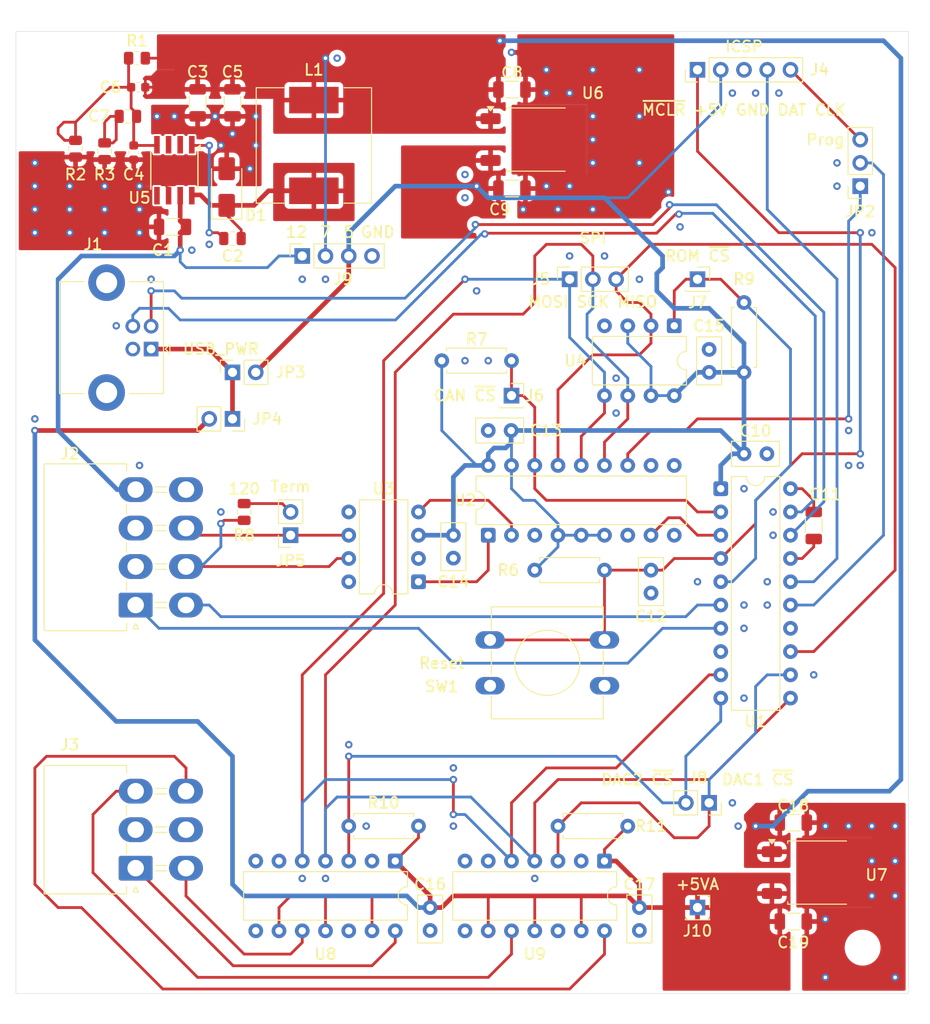
<source format=kicad_pcb>
(kicad_pcb (version 20241229) (generator "pcbnew") (generator_version "9.0")
  (title_block (title "CAN Gauge Interface") (date "2025-09-27") (rev "0.1") (company "Sam Anthony"))
  (layers (0 "F.Cu" signal) (4 "In1.Cu" signal) (6 "In2.Cu" signal) (2 "B.Cu" power) (13 "F.Paste" user) (15 "B.Paste" user) (5 "F.SilkS" user "F.Silkscreen") (7 "B.SilkS" user "B.Silkscreen") (1 "F.Mask" user) (3 "B.Mask" user) (25 "Edge.Cuts" user))
  (net 0 "")
  (net 1 "GND")
  (net 2 "+12V")
  (net 3 "Net-(U5-BOOT)")
  (net 4 "+7V")
  (net 5 "Net-(C7-Pad2)")
  (net 6 "+5V")
  (net 7 "Net-(U1-Vusb3v3)")
  (net 8 "/~{MCLR}")
  (net 9 "+5VA")
  (net 10 "/USB_D+")
  (net 11 "/USB_D-")
  (net 12 "VBUS")
  (net 15 "/CAN_L")
  (net 16 "/Speed")
  (net 17 "/Tach")
  (net 18 "/CAN_H")
  (net 19 "/AN4")
  (net 20 "/AN2")
  (net 21 "/AN3")
  (net 22 "/AN1")
  (net 23 "/ICSP_CLK")
  (net 24 "/ICSP_DAT")
  (net 25 "/SCK")
  (net 26 "/MOSI")
  (net 27 "/MISO")
  (net 28 "/CAN_~{CS}")
  (net 29 "/ROM_~{CS}")
  (net 30 "/DAC2_~{CS}")
  (net 31 "/DAC1_~{CS}")
  (net 32 "/INT{slash}ICSP_CLK")
  (net 33 "/INT")
  (net 34 "Net-(JP5-B)")
  (net 36 "/CLK")
  (net 39 "/CAN_RX")
  (net 40 "/CAN_TX")
  (net 53 "/PH")
  (net 54 "/sense")
  (footprint "Connector_PinSocket_2.54mm:PinSocket_1x01_P2.54mm_Vertical" (layer "F.Cu") (at 124.46 129.54)
    (property "Reference" "J7")
    (property "Value" "ROM ~{CS}")
  )
  (footprint "Capacitor_SMD:C_1206_3216Metric" (layer "F.Cu") (at 104.189 119.634)
    (property "Reference" "C9")
    (property "Value" "10u" (hide yes))
  )
  (footprint "Capacitor_SMD:C_0805_2012Metric" (layer "F.Cu") (at 62.23 111.76 180)
    (property "Reference" "C7")
    (property "Value" "47n" (hide yes))
  )
  (footprint "Connector_PinSocket_2.54mm:PinSocket_1x04_P2.54mm_Vertical" (layer "F.Cu") (at 81.28 127 90)
    (property "Reference" "J9")
    (property "Value" "Conn_01x04_Socket" (hide yes))
  )
  (footprint "MountingHole:MountingHole_3.2mm_M3_DIN965" (layer "F.Cu") (at 55 202.5)
    (property "Reference" "H1" (hide yes))
    (property "Value" "MountingHole" (hide yes))
  )
  (footprint "Capacitor_SMD:C_1206_3216Metric" (layer "F.Cu") (at 134.923 199.644)
    (property "Reference" "C19")
    (property "Value" "10u" (hide yes))
  )
  (footprint "Resistor_THT:R_Axial_DIN0207_L6.3mm_D2.5mm_P7.62mm_Horizontal" (layer "F.Cu") (at 93.98 189.23 180)
    (property "Reference" "R10")
    (property "Value" "10k" (hide yes))
  )
  (footprint "Capacitor_SMD:C_1206_3216Metric" (layer "F.Cu") (at 134.923 188.849)
    (property "Reference" "C18")
    (property "Value" "10u" (hide yes))
  )
  (footprint "Package_TO_SOT_SMD:TO-252-2" (layer "F.Cu") (at 106.894 114.294)
    (property "Reference" "U6")
    (property "Value" "L78M05AB" (hide yes))
  )
  (footprint "Capacitor_THT:C_Disc_D5.0mm_W2.5mm_P2.50mm" (layer "F.Cu") (at 95.25 198.12 -90)
    (property "Reference" "C16")
    (property "Value" "100n" (hide yes))
  )
  (footprint "MountingHole:MountingHole_3.2mm_M3_DIN965" (layer "F.Cu") (at 142.5 202.5)
    (property "Reference" "H2" (hide yes))
    (property "Value" "MountingHole" (hide yes))
  )
  (footprint "Capacitor_SMD:C_0603_1608Metric" (layer "F.Cu") (at 62.865 115.71 -90)
    (property "Reference" "C4")
    (property "Value" "220p" (hide yes))
  )
  (footprint "footprints:Molex_Mini-Fit_Jr_5569-06A2_2x03_P4.20mm_Horizontal" (layer "F.Cu") (at 63.08 193.82 90)
    (property "Reference" "J3")
    (property "Value" "Analog")
  )
  (footprint "Resistor_SMD:R_0805_2012Metric" (layer "F.Cu") (at 63.2225 105.41)
    (property "Reference" "R1")
    (property "Value" "10k" (hide yes))
  )
  (footprint "footprints:USB_B_Lumberg_2411_02_Horizontal" (layer "F.Cu") (at 64.77 137.16 180)
    (property "Reference" "J1")
    (property "Value" "USB_B" (hide yes))
  )
  (footprint "Connector_PinSocket_2.54mm:PinSocket_1x02_P2.54mm_Vertical" (layer "F.Cu") (at 80.01 157.48 180)
    (property "Reference" "JP5")
    (property "Value" "Term")
  )
  (footprint "Capacitor_SMD:C_0603_1608Metric" (layer "F.Cu") (at 63.36 108.585)
    (property "Reference" "C6")
    (property "Value" "3300p" (hide yes))
  )
  (footprint "Inductor_SMD:L_12x12mm_H8mm" (layer "F.Cu") (at 82.55 114.935 90)
    (property "Reference" "L1")
    (property "Value" "150u" (hide yes))
  )
  (footprint "MountingHole:MountingHole_3.2mm_M3_DIN965" (layer "F.Cu") (at 55 107.5)
    (property "Reference" "H4" (hide yes))
    (property "Value" "MountingHole" (hide yes))
  )
  (footprint "Resistor_SMD:R_0805_2012Metric" (layer "F.Cu") (at 56.515 115.2925 -90)
    (property "Reference" "R2")
    (property "Value" "3k24" (hide yes))
  )
  (footprint "Resistor_THT:R_Axial_DIN0207_L6.3mm_D2.5mm_P7.62mm_Horizontal" (layer "F.Cu") (at 106.68 161.29)
    (property "Reference" "R6")
    (property "Value" "10k" (hide yes))
  )
  (footprint "Connector_PinSocket_2.54mm:PinSocket_1x02_P2.54mm_Vertical" (layer "F.Cu") (at 125.73 186.69 -90)
    (property "Reference" "J8")
    (property "Value" "DAC ~{CS}" (hide yes))
  )
  (footprint "Button_Switch_THT:SW_PUSH-12mm" (layer "F.Cu") (at 114.3 173.91 180)
    (property "Reference" "SW1")
    (property "Value" "Reset")
  )
  (footprint "Capacitor_SMD:C_1206_3216Metric" (layer "F.Cu") (at 69.85 110.285 -90)
    (property "Reference" "C3")
    (property "Value" "22u" (hide yes))
  )
  (footprint "Connector_PinSocket_2.54mm:PinSocket_1x01_P2.54mm_Vertical" (layer "F.Cu") (at 104.14 142.24)
    (property "Reference" "J6")
    (property "Value" "CAN ~{CS}")
  )
  (footprint "Resistor_THT:R_Axial_DIN0207_L6.3mm_D2.5mm_P7.62mm_Horizontal" (layer "F.Cu") (at 129.54 139.7 90)
    (property "Reference" "R9")
    (property "Value" "10k" (hide yes))
  )
  (footprint "Connector_PinSocket_2.54mm:PinSocket_1x03_P2.54mm_Vertical" (layer "F.Cu") (at 142.24 119.38 180)
    (property "Reference" "JP2")
    (property "Value" "Prog")
  )
  (footprint "Package_DIP:DIP-14_W7.62mm" (layer "F.Cu") (at 91.44 193.04 -90)
    (property "Reference" "U8")
    (property "Value" "MCP4912" (hide yes))
  )
  (footprint "Diode_SMD:D_SMA" (layer "F.Cu") (at 73.025 119.475 90)
    (property "Reference" "D1")
    (property "Value" "SS34" (hide yes))
  )
  (footprint "footprints:Molex_Mini-Fit_Jr_5569-08A2_2x04_P4.20mm_Horizontal" (layer "F.Cu") (at 63.08 165.1 90)
    (property "Reference" "J2")
    (property "Value" "Conn_02x04_Top_Bottom")
  )
  (footprint "Resistor_SMD:R_0805_2012Metric" (layer "F.Cu") (at 59.69 115.57 -90)
    (property "Reference" "R3")
    (property "Value" "2k7" (hide yes))
  )
  (footprint "Package_DIP:DIP-8_W7.62mm" (layer "F.Cu") (at 93.98 162.56 180)
    (property "Reference" "U3")
    (property "Value" "MCP2561-E-P" (hide yes))
  )
  (footprint "Resistor_THT:R_Axial_DIN0207_L6.3mm_D2.5mm_P7.62mm_Horizontal" (layer "F.Cu") (at 96.52 138.43)
    (property "Reference" "R7")
    (property "Value" "10k" (hide yes))
  )
  (footprint "Capacitor_SMD:C_1206_3216Metric" (layer "F.Cu") (at 73.66 110.285 -90)
    (property "Reference" "C5")
    (property "Value" "22u" (hide yes))
  )
  (footprint "Connector_PinHeader_2.54mm:PinHeader_1x05_P2.54mm_Vertical" (layer "F.Cu") (at 124.46 106.68 90)
    (property "Reference" "J4")
    (property "Value" "ICSP")
  )
  (footprint "Capacitor_THT:C_Disc_D5.0mm_W2.5mm_P2.50mm" (layer "F.Cu") (at 97.79 159.98 90)
    (property "Reference" "C14")
    (property "Value" "100n" (hide yes))
  )
  (footprint "Connector_PinSocket_2.54mm:PinSocket_1x03_P2.54mm_Vertical" (layer "F.Cu") (at 110.49 129.54 90)
    (property "Reference" "J5")
    (property "Value" "SPI Debug" (hide yes))
  )
  (footprint "Connector_PinSocket_2.54mm:PinSocket_1x02_P2.54mm_Vertical" (layer "F.Cu") (at 73.66 144.78 -90)
    (property "Reference" "JP4")
    (property "Value" "USB_PWR" (hide yes))
  )
  (footprint "Capacitor_SMD:C_1206_3216Metric" (layer "F.Cu") (at 104.189 108.839)
    (property "Reference" "C8")
    (property "Value" "10u" (hide yes))
  )
  (footprint "Connector_PinSocket_2.54mm:PinSocket_1x01_P2.54mm_Vertical" (layer "F.Cu") (at 124.46 198.12)
    (property "Reference" "J10")
    (property "Value" "+5VA")
  )
  (footprint "Package_DIP:DIP-20_W7.62mm" (layer "F.Cu") (at 127 152.4)
    (property "Reference" "U1")
    (property "Value" "PIC16F1459-IP" (hide yes))
  )
  (footprint "Capacitor_SMD:C_0805_2012Metric" (layer "F.Cu") (at 73.66 125.095)
    (property "Reference" "C2")
    (property "Value" "10n" (hide yes))
  )
  (footprint "Package_SO:TI_SO-PowerPAD-8" (layer "F.Cu") (at 67.31 117.635 -90)
    (property "Reference" "U5")
    (property "Value" "TPS5430DDA" (hide yes))
  )
  (footprint "Capacitor_THT:C_Disc_D5.0mm_W2.5mm_P2.50mm" (layer "F.Cu") (at 119.38 161.29 -90)
    (property "Reference" "C12")
    (property "Value" "100n" (hide yes))
  )
  (footprint "Capacitor_THT:C_Disc_D5.0mm_W2.5mm_P2.50mm" (layer "F.Cu") (at 118.11 198.12 -90)
    (property "Reference" "C17")
    (property "Value" "100n" (hide yes))
  )
  (footprint "Resistor_SMD:R_0805_2012Metric" (layer "F.Cu") (at 74.93 154.94 -90)
    (property "Reference" "R8")
    (property "Value" "120")
  )
  (footprint "Capacitor_THT:C_Disc_D5.0mm_W2.5mm_P2.50mm" (layer "F.Cu") (at 129.54 148.59)
    (property "Reference" "C10")
    (property "Value" "100n" (hide yes))
  )
  (footprint "MountingHole:MountingHole_3.2mm_M3_DIN965" (layer "F.Cu") (at 142.5 107.5)
    (property "Reference" "H3" (hide yes))
    (property "Value" "MountingHole" (hide yes))
  )
  (footprint "Capacitor_THT:C_Disc_D5.0mm_W2.5mm_P2.50mm" (layer "F.Cu") (at 101.6 146.05)
    (property "Reference" "C13")
    (property "Value" "100n" (hide yes))
  )
  (footprint "Resistor_THT:R_Axial_DIN0207_L6.3mm_D2.5mm_P7.62mm_Horizontal" (layer "F.Cu") (at 116.84 189.23 180)
    (property "Reference" "R11")
    (property "Value" "10k" (hide yes))
  )
  (footprint "Connector_PinSocket_2.54mm:PinSocket_1x02_P2.54mm_Vertical" (layer "F.Cu") (at 73.66 139.7 90)
    (property "Reference" "JP3")
    (property "Value" "USB_PWR")
  )
  (footprint "Package_DIP:DIP-18_W7.62mm" (layer "F.Cu") (at 101.6 157.48 90)
    (property "Reference" "U2")
    (property "Value" "MCP2515-I/P" (hide yes))
  )
  (footprint "Capacitor_SMD:C_1206_3216Metric" (layer "F.Cu") (at 137.16 156.415 90)
    (property "Reference" "C11")
    (property "Value" "1u" (hide yes))
  )
  (footprint "Package_DIP:DIP-8_W7.62mm" (layer "F.Cu") (at 121.92 134.62 -90)
    (property "Reference" "U4")
    (property "Value" "25LC160C" (hide yes))
  )
  (footprint "Package_TO_SOT_SMD:TO-252-2" (layer "F.Cu") (at 137.628 194.304)
    (property "Reference" "U7")
    (property "Value" "L78M05AB" (hide yes))
  )
  (footprint "Capacitor_SMD:C_1206_3216Metric" (layer "F.Cu") (at 67.105 123.825 180)
    (property "Reference" "C1")
    (property "Value" "22u" (hide yes))
  )
  (footprint "Capacitor_THT:C_Disc_D5.0mm_W2.5mm_P2.50mm" (layer "F.Cu") (at 125.73 137.2 -90)
    (property "Reference" "C15")
    (property "Value" "100n" (hide yes))
  )
  (footprint "Package_DIP:DIP-14_W7.62mm" (layer "F.Cu") (at 114.3 193.04 -90)
    (property "Reference" "U9")
    (property "Value" "MCP4912" (hide yes))
  )
  (gr_rect (start 50 102.5) (end 147.5 207.5) (stroke (width 0.05)) (fill no) (layer "Edge.Cuts"))
  (gr_text "SPI" (at 113.03 125.73 0) (layer "F.SilkS") (effects (font (size 1.2 1.2) (thickness 0.2) (bold yes)) (justify bottom)))
  (gr_text "12" (at 80.645 125.095 0) (layer "F.SilkS") (effects (font (size 1.2 1.2) (thickness 0.2) (bold yes)) (justify bottom)))
  (gr_text "~{MCLR} +5V GND DAT CLK" (at 129.54 111.76 0) (layer "F.SilkS") (effects (font (size 1.2 1.2) (thickness 0.2) (bold yes)) (justify bottom)))
  (gr_text "GND" (at 89.535 125.095 0) (layer "F.SilkS") (effects (font (size 1.2 1.2) (thickness 0.2) (bold yes)) (justify bottom)))
  (gr_text "7\n" (at 83.82 125.095 0) (layer "F.SilkS") (effects (font (size 1.2 1.2) (thickness 0.2) (bold yes)) (justify bottom)))
  (gr_text "DAC2 ~{CS}" (at 121.92 184.15 0) (layer "F.SilkS") (effects (font (size 1.2 1.2) (thickness 0.2) (bold yes)) (justify right)))
  (gr_text "DAC1 ~{CS}" (at 127 184.15 0) (layer "F.SilkS") (effects (font (size 1.2 1.2) (thickness 0.2) (bold yes)) (justify left)))
  (gr_text "MOSI SCK MISO" (at 113.03 132.715 0) (layer "F.SilkS") (effects (font (size 1.2 1.2) (thickness 0.2) (bold yes)) (justify bottom)))
  (gr_text "5" (at 86.36 125.095 0) (layer "F.SilkS") (effects (font (size 1.2 1.2) (thickness 0.2) (bold yes)) (justify bottom)))
  (segment (start 134.62 152.4) (end 135.89 152.4) (width 0.3048) (layer "F.Cu") (net 1))
  (segment (start 105.664 105.664) (end 105.664 108.839) (width 0.508) (layer "F.Cu") (net 1))
  (segment (start 104.14 104.775) (end 104.775 104.775) (width 0.508) (layer "F.Cu") (net 1))
  (segment (start 137.16 153.67) (end 137.16 154.94) (width 0.3048) (layer "F.Cu") (net 1))
  (segment (start 104.775 104.775) (end 105.664 105.664) (width 0.508) (layer "F.Cu") (net 1))
  (segment (start 135.89 152.4) (end 137.16 153.67) (width 0.3048) (layer "F.Cu") (net 1))
  (via (at 128.27 109.22) (size 0.8128) (drill 0.4) (layers "F.Cu" "B.Cu") (net 1))
  (via (at 71.755 111.76) (size 0.8128) (drill 0.4) (layers "F.Cu" "B.Cu") (net 1))
  (via (at 73.66 113.665) (size 0.8128) (drill 0.4) (layers "F.Cu" "B.Cu") (net 1))
  (via (at 122.555 123.825) (size 0.8128) (drill 0.4) (layers "F.Cu" "B.Cu") (net 1))
  (via (at 99.06 138.43) (size 0.8128) (drill 0.4) (layers "F.Cu" "B.Cu") (net 1))
  (via (at 63.5 124.46) (size 0.8128) (drill 0.4) (layers "F.Cu" "B.Cu") (net 1))
  (via (at 139.7 116.84) (size 0.8128) (drill 0.4) (layers "F.Cu" "B.Cu") (net 1))
  (via (at 110.49 109.22) (size 0.8128) (drill 0.4) (layers "F.Cu" "B.Cu") (net 1))
  (via (at 113.03 111.76) (size 0.8128) (drill 0.4) (layers "F.Cu" "B.Cu") (net 1))
  (via (at 146.05 196.85) (size 0.8128) (drill 0.4) (layers "F.Cu" "B.Cu") (net 1))
  (via (at 118.11 129.54) (size 0.8128) (drill 0.4) (layers "F.Cu" "B.Cu") (net 1))
  (via (at 67.31 111.76) (size 0.8128) (drill 0.4) (layers "F.Cu" "B.Cu") (net 1))
  (via (at 110.49 119.38) (size 0.8128) (drill 0.4) (layers "F.Cu" "B.Cu") (net 1))
  (via (at 88.265 189.23) (size 0.8128) (drill 0.4) (layers "F.Cu" "B.Cu") (net 1))
  (via (at 138.43 199.39) (size 0.8128) (drill 0.4) (layers "F.Cu" "B.Cu") (net 1))
  (via (at 69.215 126.365) (size 0.8128) (drill 0.4) (layers "F.Cu" "B.Cu") (net 1))
  (via (at 146.05 193.04) (size 0.8128) (drill 0.4) (layers "F.Cu" "B.Cu") (net 1))
  (via (at 143.51 189.23) (size 0.8128) (drill 0.4) (layers "F.Cu" "B.Cu") (net 1))
  (via (at 75.565 117.475) (size 0.8128) (drill 0.4) (layers "F.Cu" "B.Cu") (net 1))
  (via (at 104.14 104.775) (size 0.8128) (drill 0.4) (layers "F.Cu" "B.Cu") (net 1))
  (via (at 81.28 129.54) (size 0.8128) (drill 0.4) (layers "F.Cu" "B.Cu") (net 1))
  (via (at 118.11 116.84) (size 0.8128) (drill 0.4) (layers "F.Cu" "B.Cu") (net 1))
  (via (at 65.405 111.76) (size 0.8128) (drill 0.4) (layers "F.Cu" "B.Cu") (net 1))
  (via (at 55.88 121.92) (size 0.8128) (drill 0.4) (layers "F.Cu" "B.Cu") (net 1))
  (via (at 121.285 120.015) (size 0.8128) (drill 0.4) (layers "F.Cu" "B.Cu") (net 1))
  (via (at 138.43 189.23) (size 0.8128) (drill 0.4) (layers "F.Cu" "B.Cu") (net 1))
  (via (at 132.08 162.56) (size 0.8128) (drill 0.4) (layers "F.Cu" "B.Cu") (net 1))
  (via (at 110.49 127) (size 0.8128) (drill 0.4) (layers "F.Cu" "B.Cu") (net 1))
  (via (at 63.5 149.86) (size 0.8128) (drill 0.4) (layers "F.Cu" "B.Cu") (net 1))
  (via (at 128.905 189.23) (size 0.8128) (drill 0.4) (layers "F.Cu" "B.Cu") (net 1))
  (via (at 107.95 119.38) (size 0.8128) (drill 0.4) (layers "F.Cu" "B.Cu") (net 1))
  (via (at 99.06 120.65) (size 0.8128) (drill 0.4) (layers "F.Cu" "B.Cu") (net 1))
  (via (at 140.97 149.86) (size 0.8128) (drill 0.4) (layers "F.Cu" "B.Cu") (net 1))
  (via (at 142.24 149.86) (size 0.8128) (drill 0.4) (layers "F.Cu" "B.Cu") (net 1))
  (via (at 132.715 157.48) (size 0.8128) (drill 0.4) (layers "F.Cu" "B.Cu") (net 1))
  (via (at 143.51 124.46) (size 0.8128) (drill 0.4) (layers "F.Cu" "B.Cu") (net 1))
  (via (at 128.27 186.69) (size 0.8128) (drill 0.4) (layers "F.Cu" "B.Cu") (net 1))
  (via (at 132.08 165.1) (size 0.8128) (drill 0.4) (layers "F.Cu" "B.Cu") (net 1))
  (via (at 52.07 144.78) (size 0.8128) (drill 0.4) (layers "F.Cu" "B.Cu") (net 1))
  (via (at 85.09 105.41) (size 0.8128) (drill 0.4) (layers "F.Cu" "B.Cu") (net 1))
  (via (at 129.54 165.1) (size 0.8128) (drill 0.4) (layers "F.Cu" "B.Cu") (net 1))
  (via (at 130.81 109.22) (size 0.8128) (drill 0.4) (layers "F.Cu" "B.Cu") (net 1))
  (via (at 129.54 152.4) (size 0.8128) (drill 0.4) (layers "F.Cu" "B.Cu") (net 1))
  (via (at 52.07 119.38) (size 0.8128) (drill 0.4) (layers "F.Cu" "B.Cu") (net 1))
  (via (at 146.05 205.74) (size 0.8128) (drill 0.4) (layers "F.Cu" "B.Cu") (net 1))
  (via (at 133.35 109.22) (size 0.8128) (drill 0.4) (layers "F.Cu" "B.Cu") (net 1))
  (via (at 109.22 121.92) (size 0.8128) (drill 0.4) (layers "F.Cu" "B.Cu") (net 1))
  (via (at 59.69 121.92) (size 0.8128) (drill 0.4) (layers "F.Cu" "B.Cu") (net 1))
  (via (at 115.57 140.335) (size 0.8128) (drill 0.4) (layers "F.Cu" "B.Cu") (net 1))
  (via (at 55.88 119.38) (size 0.8128) (drill 0.4) (layers "F.Cu" "B.Cu") (net 1))
  (via (at 106.68 194.945) (size 0.8128) (drill 0.4) (layers "F.Cu" "B.Cu") (net 1))
  (via (at 76.2 114.935) (size 0.8128) (drill 0.4) (layers "F.Cu" "B.Cu") (net 1))
  (via (at 140.97 189.23) (size 0.8128) (drill 0.4) (layers "F.Cu" "B.Cu") (net 1))
  (via (at 113.03 114.3) (size 0.8128) (drill 0.4) (layers "F.Cu" "B.Cu") (net 1))
  (via (at 60.96 134.62) (size 0.8128) (drill 0.4) (layers "F.Cu" "B.Cu") (net 1))
  (via (at 115.57 144.145) (size 0.8128) (drill 0.4) (layers "F.Cu" "B.Cu") (net 1))
  (via (at 118.11 111.76) (size 0.8128) (drill 0.4) (layers "F.Cu" "B.Cu") (net 1))
  (via (at 71.12 125.73) (size 0.8128) (drill 0.4) (layers "F.Cu" "B.Cu") (net 1))
  (via (at 105.41 121.92) (size 0.8128) (drill 0.4) (layers "F.Cu" "B.Cu") (net 1))
  (via (at 138.43 205.74) (size 0.8128) (drill 0.4) (layers "F.Cu" "B.Cu") (net 1))
  (via (at 99.06 118.11) (size 0.8128) (drill 0.4) (layers "F.Cu" "B.Cu") (net 1))
  (via (at 100.33 130.81) (size 0.8128) (drill 0.4) (layers "F.Cu" "B.Cu") (net 1))
  (via (at 52.07 116.84) (size 0.8128) (drill 0.4) (layers "F.Cu" "B.Cu") (net 1))
  (via (at 72.39 114.935) (size 0.8128) (drill 0.4) (layers "F.Cu" "B.Cu") (net 1))
  (via (at 83.82 129.54) (size 0.8128) (drill 0.4) (layers "F.Cu" "B.Cu") (net 1))
  (via (at 64.77 129.54) (size 0.8128) (drill 0.4) (layers "F.Cu" "B.Cu") (net 1))
  (via (at 63.5 121.92) (size 0.8128) (drill 0.4) (layers "F.Cu" "B.Cu") (net 1))
  (via (at 137.16 172.72) (size 0.8128) (drill 0.4) (layers "F.Cu" "B.Cu") (net 1))
  (via (at 107.95 109.22) (size 0.8128) (drill 0.4) (layers "F.Cu" "B.Cu") (net 1))
  (via (at 101.6 138.43) (size 0.8128) (drill 0.4) (layers "F.Cu" "B.Cu") (net 1))
  (via (at 97.79 189.23) (size 0.8128) (drill 0.4) (layers "F.Cu" "B.Cu") (net 1))
  (via (at 118.11 106.68) (size 0.8128) (drill 0.4) (layers "F.Cu" "B.Cu") (net 1))
  (via (at 52.07 124.46) (size 0.8128) (drill 0.4) (layers "F.Cu" "B.Cu") (net 1))
  (via (at 139.7 119.38) (size 0.8128) (drill 0.4) (layers "F.Cu" "B.Cu") (net 1))
  (via (at 83.82 194.945) (size 0.8128) (drill 0.4) (layers "F.Cu" "B.Cu") (net 1))
  (via (at 146.05 189.23) (size 0.8128) (drill 0.4) (layers "F.Cu" "B.Cu") (net 1))
  (via (at 113.03 121.92) (size 0.8128) (drill 0.4) (layers "F.Cu" "B.Cu") (net 1))
  (via (at 113.03 106.68) (size 0.8128) (drill 0.4) (layers "F.Cu" "B.Cu") (net 1))
  (via (at 72.39 154.94) (size 0.8128) (drill 0.4) (layers "F.Cu" "B.Cu") (net 1))
  (via (at 59.69 119.38) (size 0.8128) (drill 0.4) (layers "F.Cu" "B.Cu") (net 1))
  (via (at 129.54 175.26) (size 0.8128) (drill 0.4) (layers "F.Cu" "B.Cu") (net 1))
  (via (at 81.28 194.945) (size 0.8128) (drill 0.4) (layers "F.Cu" "B.Cu") (net 1))
  (via (at 97.79 182.88) (size 0.8128) (drill 0.4) (layers "F.Cu" "B.Cu") (net 1))
  (via (at 124.46 162.56) (size 0.8128) (drill 0.4) (layers "F.Cu" "B.Cu") (net 1))
  (via (at 55.88 124.46) (size 0.8128) (drill 0.4) (layers "F.Cu" "B.Cu") (net 1))
  (via (at 132.715 154.94) (size 0.8128) (drill 0.4) (layers "F.Cu" "B.Cu") (net 1))
  (via (at 143.51 196.85) (size 0.8128) (drill 0.4) (layers "F.Cu" "B.Cu") (net 1))
  (via (at 113.03 116.84) (size 0.8128) (drill 0.4) (layers "F.Cu" "B.Cu") (net 1))
  (via (at 63.5 119.38) (size 0.8128) (drill 0.4) (layers "F.Cu" "B.Cu") (net 1))
  (via (at 59.69 124.46) (size 0.8128) (drill 0.4) (layers "F.Cu" "B.Cu") (net 1))
  (via (at 76.2 111.76) (size 0.8128) (drill 0.4) (layers "F.Cu" "B.Cu") (net 1))
  (via (at 86.36 180.34) (size 0.8128) (drill 0.4) (layers "F.Cu" "B.Cu") (net 1))
  (via (at 129.54 167.64) (size 0.8128) (drill 0.4) (layers "F.Cu" "B.Cu") (net 1))
  (via (at 143.51 193.04) (size 0.8128) (drill 0.4) (layers "F.Cu" "B.Cu") (net 1))
  (via (at 107.95 106.68) (size 0.8128) (drill 0.4) (layers "F.Cu" "B.Cu") (net 1))
  (via (at 52.07 121.92) (size 0.8128) (drill 0.4) (layers "F.Cu" "B.Cu") (net 1))
  (via (at 114.3 127) (size 0.8128) (drill 0.4) (layers "F.Cu" "B.Cu") (net 1))
  (via (at 140.97 146.05) (size 0.8128) (drill 0.4) (layers "F.Cu" "B.Cu") (net 1))
  (segment (start 67.945 124.46) (end 67.945 126.365) (width 0.508) (layer "F.Cu") (net 2))
  (segment (start 67.945 123.19) (end 68.58 123.825) (width 0.508) (layer "F.Cu") (net 2))
  (segment (start 68.58 123.825) (end 67.945 124.46) (width 0.508) (layer "F.Cu") (net 2))
  (segment (start 67.945 120.335) (end 67.945 123.19) (width 0.508) (layer "F.Cu") (net 2))
  (via (at 67.945 126.365) (size 0.8128) (drill 0.4) (layers "F.Cu" "B.Cu") (net 2))
  (segment (start 54.61 146.05) (end 61.06 152.5) (width 0.508) (layer "B.Cu") (net 2))
  (segment (start 67.945 126.365) (end 67.31 127) (width 0.508) (layer "B.Cu") (net 2))
  (segment (start 77.47 128.27) (end 68.58 128.27) (width 0.3048) (layer "B.Cu") (net 2))
  (segment (start 68.58 128.27) (end 67.945 127.635) (width 0.3048) (layer "B.Cu") (net 2))
  (segment (start 67.31 127) (end 57.15 127) (width 0.508) (layer "B.Cu") (net 2))
  (segment (start 57.15 127) (end 54.61 129.54) (width 0.508) (layer "B.Cu") (net 2))
  (segment (start 61.06 152.5) (end 63.08 152.5) (width 0.508) (layer "B.Cu") (net 2))
  (segment (start 78.74 127) (end 77.47 128.27) (width 0.3048) (layer "B.Cu") (net 2))
  (segment (start 54.61 129.54) (end 54.61 146.05) (width 0.508) (layer "B.Cu") (net 2))
  (segment (start 81.28 127) (end 78.74 127) (width 0.3048) (layer "B.Cu") (net 2))
  (segment (start 67.945 127.635) (end 67.945 126.365) (width 0.3048) (layer "B.Cu") (net 2))
  (segment (start 69.215 114.935) (end 71.12 114.935) (width 0.3048) (layer "F.Cu") (net 3))
  (segment (start 72.075 124.46) (end 72.71 125.095) (width 0.3048) (layer "F.Cu") (net 3))
  (segment (start 71.12 124.46) (end 72.075 124.46) (width 0.3048) (layer "F.Cu") (net 3))
  (via (at 71.12 114.935) (size 0.8128) (drill 0.4) (layers "F.Cu" "B.Cu") (net 3))
  (via (at 71.12 124.46) (size 0.8128) (drill 0.4) (layers "F.Cu" "B.Cu") (net 3))
  (segment (start 71.12 114.935) (end 71.12 124.46) (width 0.3048) (layer "B.Cu") (net 3))
  (segment (start 83.82 105.41) (end 82.55 106.68) (width 0.3048) (layer "F.Cu") (net 4))
  (segment (start 102.714 103.661) (end 102.87 103.505) (width 0.508) (layer "F.Cu") (net 4))
  (segment (start 69.85 107.315) (end 69.85 108.81) (width 0.3048) (layer "F.Cu") (net 4))
  (segment (start 102.714 108.839) (end 102.714 103.661) (width 0.508) (layer "F.Cu") (net 4))
  (segment (start 64.135 105.41) (end 67.945 105.41) (width 0.3048) (layer "F.Cu") (net 4))
  (segment (start 67.945 105.41) (end 69.85 107.315) (width 0.3048) (layer "F.Cu") (net 4))
  (segment (start 82.55 106.68) (end 82.55 109.985) (width 0.3048) (layer "F.Cu") (net 4))
  (via (at 102.87 103.505) (size 0.8128) (drill 0.4) (layers "F.Cu" "B.Cu") (net 4))
  (via (at 83.82 105.41) (size 0.8128) (drill 0.4) (layers "F.Cu" "B.Cu") (net 4))
  (via (at 130.81 189.23) (size 0.8128) (drill 0.4) (layers "F.Cu" "B.Cu") (net 4))
  (segment (start 146.685 105.41) (end 146.685 184.15) (width 0.508) (layer "B.Cu") (net 4))
  (segment (start 102.87 103.505) (end 144.78 103.505) (width 0.508) (layer "B.Cu") (net 4))
  (segment (start 83.82 127) (end 83.82 105.41) (width 0.3048) (layer "B.Cu") (net 4))
  (segment (start 144.78 103.505) (end 146.685 105.41) (width 0.508) (layer "B.Cu") (net 4))
  (segment (start 146.685 184.15) (end 145.415 185.42) (width 0.508) (layer "B.Cu") (net 4))
  (segment (start 136.525 185.42) (end 132.715 189.23) (width 0.508) (layer "B.Cu") (net 4))
  (segment (start 145.415 185.42) (end 136.525 185.42) (width 0.508) (layer "B.Cu") (net 4))
  (segment (start 132.715 189.23) (end 130.81 189.23) (width 0.508) (layer "B.Cu") (net 4))
  (segment (start 60.6025 114.6575) (end 60.96 114.3) (width 0.3048) (layer "F.Cu") (net 5))
  (segment (start 59.69 112.395) (end 60.325 111.76) (width 0.3048) (layer "F.Cu") (net 5))
  (segment (start 59.69 114.6575) (end 60.6025 114.6575) (width 0.3048) (layer "F.Cu") (net 5))
  (segment (start 59.69 114.6575) (end 59.69 112.395) (width 0.3048) (layer "F.Cu") (net 5))
  (segment (start 60.325 111.76) (end 61.28 111.76) (width 0.3048) (layer "F.Cu") (net 5))
  (segment (start 60.96 114.3) (end 60.96 111.76) (width 0.3048) (layer "F.Cu") (net 5))
  (segment (start 86.36 129.54) (end 86.36 127) (width 0.508) (layer "F.Cu") (net 6))
  (segment (start 76.2 139.7) (end 86.36 129.54) (width 0.508) (layer "F.Cu") (net 6))
  (segment (start 102.714 119.634) (end 100.584 119.634) (width 0.508) (layer "F.Cu") (net 6))
  (segment (start 100.584 119.634) (end 100.33 119.38) (width 0.508) (layer "F.Cu") (net 6))
  (via (at 100.33 119.38) (size 0.8128) (drill 0.4) (layers "F.Cu" "B.Cu") (net 6))
  (segment (start 119.38 139.065) (end 116.84 136.525) (width 0.3048) (layer "B.Cu") (net 6))
  (segment (start 119.38 142.24) (end 121.92 142.24) (width 0.3048) (layer "B.Cu") (net 6))
  (segment (start 128.27 148.59) (end 127 149.86) (width 0.508) (layer "B.Cu") (net 6))
  (segment (start 119.38 142.24) (end 119.38 139.065) (width 0.3048) (layer "B.Cu") (net 6))
  (segment (start 86.36 127) (end 86.36 124.46) (width 0.508) (layer "B.Cu") (net 6))
  (segment (start 129.54 148.59) (end 127 146.05) (width 0.508) (layer "B.Cu") (net 6))
  (segment (start 101.6 149.86) (end 99.06 149.86) (width 0.508) (layer "B.Cu") (net 6))
  (segment (start 96.52 146.05) (end 100.33 149.86) (width 0.3048) (layer "B.Cu") (net 6))
  (segment (start 100.33 149.86) (end 101.6 149.86) (width 0.3048) (layer "B.Cu") (net 6))
  (segment (start 100.33 119.38) (end 101.6 120.65) (width 0.508) (layer "B.Cu") (net 6))
  (segment (start 91.44 119.38) (end 100.33 119.38) (width 0.508) (layer "B.Cu") (net 6))
  (segment (start 109.22 156.21) (end 109.22 157.48) (width 0.3048) (layer "B.Cu") (net 6))
  (segment (start 124.46 139.7) (end 121.92 142.24) (width 0.508) (layer "B.Cu") (net 6))
  (segment (start 120.65 128.27) (end 120.015 128.905) (width 0.508) (layer "B.Cu") (net 6))
  (segment (start 120.015 128.905) (end 120.015 130.81) (width 0.508) (layer "B.Cu") (net 6))
  (segment (start 97.79 151.13) (end 97.79 157.48) (width 0.508) (layer "B.Cu") (net 6))
  (segment (start 125.73 132.715) (end 129.54 136.525) (width 0.508) (layer "B.Cu") (net 6))
  (segment (start 127 149.86) (end 127 152.4) (width 0.508) (layer "B.Cu") (net 6))
  (segment (start 109.22 158.75) (end 106.68 161.29) (width 0.3048) (layer "B.Cu") (net 6))
  (segment (start 104.14 149.86) (end 104.14 152.4) (width 0.3048) (layer "B.Cu") (net 6))
  (segment (start 125.73 139.7) (end 124.46 139.7) (width 0.508) (layer "B.Cu") (net 6))
  (segment (start 120.65 127) (end 120.65 128.27) (width 0.508) (layer "B.Cu") (net 6))
  (segment (start 109.22 157.48) (end 114.3 157.48) (width 0.3048) (layer "B.Cu") (net 6))
  (segment (start 121.92 132.715) (end 125.73 132.715) (width 0.508) (layer "B.Cu") (net 6))
  (segment (start 97.79 157.48) (end 93.98 157.48) (width 0.508) (layer "B.Cu") (net 6))
  (segment (start 127 106.68) (end 127 110.49) (width 0.3048) (layer "B.Cu") (net 6))
  (segment (start 129.54 139.7) (end 129.54 148.59) (width 0.508) (layer "B.Cu") (net 6))
  (segment (start 105.41 153.67) (end 106.68 153.67) (width 0.3048) (layer "B.Cu") (net 6))
  (segment (start 99.06 149.86) (end 97.79 151.13) (width 0.508) (layer "B.Cu") (net 6))
  (segment (start 101.6 148.59) (end 101.6 149.86) (width 0.508) (layer "B.Cu") (net 6))
  (segment (start 114.3 120.65) (end 120.65 127) (width 0.508) (layer "B.Cu") (net 6))
  (segment (start 120.015 130.81) (end 121.92 132.715) (width 0.508) (layer "B.Cu") (net 6))
  (segment (start 129.54 136.525) (end 129.54 139.7) (width 0.508) (layer "B.Cu") (net 6))
  (segment (start 104.14 149.86) (end 104.14 146.09) (width 0.3048) (layer "B.Cu") (net 6))
  (segment (start 86.36 124.46) (end 91.44 119.38) (width 0.508) (layer "B.Cu") (net 6))
  (segment (start 129.54 139.7) (end 125.73 139.7) (width 0.508) (layer "B.Cu") (net 6))
  (segment (start 109.22 157.48) (end 109.22 158.75) (width 0.3048) (layer "B.Cu") (net 6))
  (segment (start 103.505 147.955) (end 102.235 147.955) (width 0.508) (layer "B.Cu") (net 6))
  (segment (start 127 146.05) (end 104.1 146.05) (width 0.508) (layer "B.Cu") (net 6))
  (segment (start 127 110.49) (end 116.84 120.65) (width 0.3048) (layer "B.Cu") (net 6))
  (segment (start 101.6 120.65) (end 114.3 120.65) (width 0.508) (layer "B.Cu") (net 6))
  (segment (start 102.235 147.955) (end 101.6 148.59) (width 0.508) (layer "B.Cu") (net 6))
  (segment (start 96.52 138.43) (end 96.52 146.05) (width 0.3048) (layer "B.Cu") (net 6))
  (segment (start 106.68 153.67) (end 109.22 156.21) (width 0.3048) (layer "B.Cu") (net 6))
  (segment (start 129.54 148.59) (end 128.27 148.59) (width 0.508) (layer "B.Cu") (net 6))
  (segment (start 104.1 146.05) (end 104.1 147.36) (width 0.508) (layer "B.Cu") (net 6))
  (segment (start 116.84 120.65) (end 114.3 120.65) (width 0.3048) (layer "B.Cu") (net 6))
  (segment (start 116.84 136.525) (end 116.84 134.62) (width 0.3048) (layer "B.Cu") (net 6))
  (segment (start 104.14 146.09) (end 104.1 146.05) (width 0.3048) (layer "B.Cu") (net 6))
  (segment (start 104.1 147.36) (end 103.505 147.955) (width 0.508) (layer "B.Cu") (net 6))
  (segment (start 104.14 152.4) (end 105.41 153.67) (width 0.3048) (layer "B.Cu") (net 6))
  (segment (start 137.16 158.75) (end 137.16 157.89) (width 0.3048) (layer "F.Cu") (net 7))
  (segment (start 135.89 160.02) (end 137.16 158.75) (width 0.3048) (layer "F.Cu") (net 7))
  (segment (start 134.62 160.02) (end 135.89 160.02) (width 0.3048) (layer "F.Cu") (net 7))
  (segment (start 130.81 153.67) (end 135.89 148.59) (width 0.3048) (layer "F.Cu") (net 8))
  (segment (start 135.89 148.59) (end 140.97 148.59) (width 0.3048) (layer "F.Cu") (net 8))
  (segment (start 120.65 161.29) (end 119.38 161.29) (width 0.3048) (layer "F.Cu") (net 8))
  (segment (start 130.81 156.21) (end 130.81 153.67) (width 0.3048) (layer "F.Cu") (net 8))
  (segment (start 119.38 161.29) (end 114.3 161.29) (width 0.3048) (layer "F.Cu") (net 8))
  (segment (start 133.35 124.46) (end 124.46 115.57) (width 0.3048) (layer "F.Cu") (net 8))
  (segment (start 140.97 148.59) (end 142.24 148.59) (width 0.3048) (layer "F.Cu") (net 8))
  (segment (start 121.92 160.02) (end 120.65 161.29) (width 0.3048) (layer "F.Cu") (net 8))
  (segment (start 114.3 168.91) (end 101.8 168.91) (width 0.3048) (layer "F.Cu") (net 8))
  (segment (start 124.46 115.57) (end 124.46 106.68) (width 0.3048) (layer "F.Cu") (net 8))
  (segment (start 142.24 124.46) (end 133.35 124.46) (width 0.3048) (layer "F.Cu") (net 8))
  (segment (start 114.3 161.29) (end 114.3 168.91) (width 0.3048) (layer "F.Cu") (net 8))
  (segment (start 127 160.02) (end 121.92 160.02) (width 0.3048) (layer "F.Cu") (net 8))
  (segment (start 127 160.02) (end 130.81 156.21) (width 0.3048) (layer "F.Cu") (net 8))
  (via (at 142.24 124.46) (size 0.8128) (drill 0.4) (layers "F.Cu" "B.Cu") (net 8))
  (via (at 142.24 148.59) (size 0.8128) (drill 0.4) (layers "F.Cu" "B.Cu") (net 8))
  (segment (start 142.24 148.59) (end 142.24 124.46) (width 0.3048) (layer "B.Cu") (net 8))
  (segment (start 106.68 196.85) (end 111.76 196.85) (width 0.508) (layer "F.Cu") (net 9))
  (segment (start 95.25 198.12) (end 95.25 196.85) (width 0.508) (layer "F.Cu") (net 9))
  (segment (start 80.01 196.85) (end 83.82 196.85) (width 0.3048) (layer "F.Cu") (net 9))
  (segment (start 88.9 196.85) (end 92.71 196.85) (width 0.3048) (layer "F.Cu") (net 9))
  (segment (start 95.25 196.85) (end 91.44 193.04) (width 0.508) (layer "F.Cu") (net 9))
  (segment (start 93.98 198.12) (end 95.25 198.12) (width 0.3048) (layer "F.Cu") (net 9))
  (segment (start 92.71 196.85) (end 93.98 198.12) (width 0.3048) (layer "F.Cu") (net 9))
  (segment (start 101.6 196.85) (end 106.68 196.85) (width 0.508) (layer "F.Cu") (net 9))
  (segment (start 83.82 200.66) (end 83.82 196.85) (width 0.3048) (layer "F.Cu") (net 9))
  (segment (start 88.9 200.66) (end 88.9 196.85) (width 0.3048) (layer "F.Cu") (net 9))
  (segment (start 116.84 196.85) (end 118.11 198.12) (width 0.508) (layer "F.Cu") (net 9))
  (segment (start 124.46 198.12) (end 127 198.12) (width 0.508) (layer "F.Cu") (net 9))
  (segment (start 118.11 198.12) (end 118.11 195.58) (width 0.508) (layer "F.Cu") (net 9))
  (segment (start 116.84 189.23) (end 114.3 191.77) (width 0.3048) (layer "F.Cu") (net 9))
  (segment (start 118.11 198.12) (end 124.46 198.12) (width 0.508) (layer "F.Cu") (net 9))
  (segment (start 128.524 199.644) (end 133.448 199.644) (width 0.508) (layer "F.Cu") (net 9))
  (segment (start 127 198.12) (end 128.524 199.644) (width 0.508) (layer "F.Cu") (net 9))
  (segment (start 115.57 193.04) (end 114.3 193.04) (width 0.508) (layer "F.Cu") (net 9))
  (segment (start 78.74 200.66) (end 78.74 198.12) (width 0.3048) (layer "F.Cu") (net 9))
  (segment (start 83.82 196.85) (end 88.9 196.85) (width 0.3048) (layer "F.Cu") (net 9))
  (segment (start 118.11 195.58) (end 115.57 193.04) (width 0.508) (layer "F.Cu") (net 9))
  (segment (start 69.85 146.05) (end 52.07 146.05) (width 0.508) (layer "F.Cu") (net 9))
  (segment (start 78.74 198.12) (end 80.01 196.85) (width 0.3048) (layer "F.Cu") (net 9))
  (segment (start 111.76 200.66) (end 111.76 196.85) (width 0.3048) (layer "F.Cu") (net 9))
  (segment (start 111.76 196.85) (end 116.84 196.85) (width 0.508) (layer "F.Cu") (net 9))
  (segment (start 101.6 200.66) (end 101.6 196.85) (width 0.3048) (layer "F.Cu") (net 9))
  (segment (start 96.52 198.12) (end 97.79 196.85) (width 0.508) (layer "F.Cu") (net 9))
  (segment (start 93.98 190.5) (end 91.44 193.04) (width 0.3048) (layer "F.Cu") (net 9))
  (segment (start 97.79 196.85) (end 101.6 196.85) (width 0.508) (layer "F.Cu") (net 9))
  (segment (start 114.3 191.77) (end 114.3 193.04) (width 0.3048) (layer "F.Cu") (net 9))
  (segment (start 106.68 200.66) (end 106.68 196.85) (width 0.3048) (layer "F.Cu") (net 9))
  (segment (start 93.98 189.23) (end 93.98 190.5) (width 0.3048) (layer "F.Cu") (net 9))
  (segment (start 95.25 198.12) (end 96.52 198.12) (width 0.508) (layer "F.Cu") (net 9))
  (segment (start 71.12 144.78) (end 69.85 146.05) (width 0.508) (layer "F.Cu") (net 9))
  (via (at 52.07 146.05) (size 0.8128) (drill 0.4) (layers "F.Cu" "B.Cu") (net 9))
  (segment (start 74.93 196.85) (end 92.71 196.85) (width 0.508) (layer "B.Cu") (net 9))
  (segment (start 60.96 177.8) (end 69.85 177.8) (width 0.508) (layer "B.Cu") (net 9))
  (segment (start 69.85 177.8) (end 73.66 181.61) (width 0.508) (layer "B.Cu") (net 9))
  (segment (start 73.66 181.61) (end 73.66 195.58) (width 0.508) (layer "B.Cu") (net 9))
  (segment (start 52.07 168.91) (end 60.96 177.8) (width 0.508) (layer "B.Cu") (net 9))
  (segment (start 93.98 198.12) (end 95.25 198.12) (width 0.508) (layer "B.Cu") (net 9))
  (segment (start 92.71 196.85) (end 93.98 198.12) (width 0.508) (layer "B.Cu") (net 9))
  (segment (start 73.66 195.58) (end 74.93 196.85) (width 0.508) (layer "B.Cu") (net 9))
  (segment (start 52.07 146.05) (end 52.07 168.91) (width 0.508) (layer "B.Cu") (net 9))
  (segment (start 119.992911 124.511628) (end 122.072664 122.431875) (width 0.3048) (layer "F.Cu") (net 10))
  (segment (start 122.072664 122.431875) (end 122.431875 122.431875) (width 0.3048) (layer "F.Cu") (net 10))
  (segment (start 101.302122 124.511628) (end 119.992911 124.511628) (width 0.3048) (layer "F.Cu") (net 10))
  (segment (start 101.218172 124.595578) (end 101.302122 124.511628) (width 0.3048) (layer "F.Cu") (net 10))
  (via (at 122.431875 122.431875) (size 0.8128) (drill 0.4) (layers "F.Cu" "B.Cu") (net 10))
  (via (at 101.218172 124.595578) (size 0.8128) (drill 0.4) (layers "F.Cu" "B.Cu") (net 10))
  (segment (start 137.3251 133.54464) (end 137.3251 153.445822) (width 0.3048) (layer "B.Cu") (net 10))
  (segment (start 62.77 133.445) (end 63.5 132.715) (width 0.3048) (layer "B.Cu") (net 10))
  (segment (start 122.431875 122.431875) (end 122.515825 122.347925) (width 0.3048) (layer "B.Cu") (net 10))
  (segment (start 122.515825 122.347925) (end 126.128385 122.347925) (width 0.3048) (layer "B.Cu") (net 10))
  (segment (start 100.858961 124.595578) (end 101.218172 124.595578) (width 0.3048) (layer "B.Cu") (net 10))
  (segment (start 67.945 133.985) (end 91.46954 133.985) (width 0.3048) (layer "B.Cu") (net 10))
  (segment (start 63.5 132.715) (end 66.675 132.715) (width 0.3048) (layer "B.Cu") (net 10))
  (segment (start 91.46954 133.985) (end 100.858961 124.595578) (width 0.3048) (layer "B.Cu") (net 10))
  (segment (start 135.830922 154.94) (end 134.62 154.94) (width 0.3048) (layer "B.Cu") (net 10))
  (segment (start 137.3251 153.445822) (end 135.830922 154.94) (width 0.3048) (layer "B.Cu") (net 10))
  (segment (start 126.128385 122.347925) (end 137.3251 133.54464) (width 0.3048) (layer "B.Cu") (net 10))
  (segment (start 62.77 134.66) (end 62.77 133.445) (width 0.3048) (layer "B.Cu") (net 10))
  (segment (start 66.675 132.715) (end 67.945 133.985) (width 0.3048) (layer "B.Cu") (net 10))
  (segment (start 100.194422 123.571828) (end 119.603633 123.571828) (width 0.3048) (layer "F.Cu") (net 11))
  (segment (start 121.408125 121.767336) (end 121.408125 121.408125) (width 0.3048) (layer "F.Cu") (net 11))
  (segment (start 64.77 130.81) (end 64.77 134.66) (width 0.3048) (layer "F.Cu") (net 11))
  (segment (start 119.603633 123.571828) (end 121.408125 121.767336) (width 0.3048) (layer "F.Cu") (net 11))
  (via (at 100.194422 123.571828) (size 0.8128) (drill 0.4) (layers "F.Cu" "B.Cu") (net 11))
  (via (at 121.408125 121.408125) (size 0.8128) (drill 0.4) (layers "F.Cu" "B.Cu") (net 11))
  (via (at 64.77 130.81) (size 0.8128) (drill 0.4) (layers "F.Cu" "B.Cu") (net 11))
  (segment (start 126.517665 121.408125) (end 138.2649 133.15536) (width 0.3048) (layer "B.Cu") (net 11))
  (segment (start 138.2649 133.15536) (end 138.2649 153.8351) (width 0.3048) (layer "B.Cu") (net 11))
  (segment (start 67.31 130.81) (end 68.1101 131.6101) (width 0.3048) (layer "B.Cu") (net 11))
  (segment (start 68.1101 131.6101) (end 92.51536 131.6101) (width 0.3048) (layer "B.Cu") (net 11))
  (segment (start 100.194422 123.931039) (end 100.194422 123.571828) (width 0.3048) (layer "B.Cu") (net 11))
  (segment (start 64.77 130.81) (end 67.31 130.81) (width 0.3048) (layer "B.Cu") (net 11))
  (segment (start 121.408125 121.408125) (end 126.517665 121.408125) (width 0.3048) (layer "B.Cu") (net 11))
  (segment (start 92.51536 131.6101) (end 100.194422 123.931039) (width 0.3048) (layer "B.Cu") (net 11))
  (segment (start 138.2649 153.8351) (end 134.62 157.48) (width 0.3048) (layer "B.Cu") (net 11))
  (segment (start 73.66 139.7) (end 73.66 144.78) (width 0.508) (layer "F.Cu") (net 12))
  (segment (start 71.12 137.16) (end 73.66 139.7) (width 0.508) (layer "F.Cu") (net 12))
  (segment (start 64.77 137.16) (end 71.12 137.16) (width 0.508) (layer "F.Cu") (net 12))
  (segment (start 69.36 157.48) (end 68.58 156.7) (width 0.3048) (layer "F.Cu") (net 15))
  (segment (start 86.36 157.48) (end 80.01 157.48) (width 0.3048) (layer "F.Cu") (net 15))
  (segment (start 80.01 157.48) (end 69.36 157.48) (width 0.3048) (layer "F.Cu") (net 15))
  (segment (start 123.19 166.37) (end 72.39 166.37) (width 0.3048) (layer "B.Cu") (net 16))
  (segment (start 127 165.1) (end 124.46 165.1) (width 0.3048) (layer "B.Cu") (net 16))
  (segment (start 72.39 166.37) (end 71.12 165.1) (width 0.3048) (layer "B.Cu") (net 16))
  (segment (start 71.12 165.1) (end 68.58 165.1) (width 0.3048) (layer "B.Cu") (net 16))
  (segment (start 124.46 165.1) (end 123.19 166.37) (width 0.3048) (layer "B.Cu") (net 16))
  (segment (start 127 167.64) (end 120.65 167.64) (width 0.3048) (layer "B.Cu") (net 17))
  (segment (start 116.84 171.45) (end 97.79 171.45) (width 0.3048) (layer "B.Cu") (net 17))
  (segment (start 120.65 167.64) (end 116.84 171.45) (width 0.3048) (layer "B.Cu") (net 17))
  (segment (start 65.62 167.64) (end 63.08 165.1) (width 0.3048) (layer "B.Cu") (net 17))
  (segment (start 97.79 171.45) (end 93.98 167.64) (width 0.3048) (layer "B.Cu") (net 17))
  (segment (start 93.98 167.64) (end 65.62 167.64) (width 0.3048) (layer "B.Cu") (net 17))
  (segment (start 84.21 160.9) (end 68.58 160.9) (width 0.3048) (layer "F.Cu") (net 18))
  (segment (start 85.09 160.02) (end 84.21 160.9) (width 0.3048) (layer "F.Cu") (net 18))
  (segment (start 72.7475 155.8525) (end 72.39 156.21) (width 0.3048) (layer "F.Cu") (net 18))
  (segment (start 74.93 155.8525) (end 72.7475 155.8525) (width 0.3048) (layer "F.Cu") (net 18))
  (segment (start 86.36 160.02) (end 85.09 160.02) (width 0.3048) (layer "F.Cu") (net 18))
  (via (at 72.39 156.21) (size 0.8128) (drill 0.4) (layers "F.Cu" "B.Cu") (net 18))
  (segment (start 72.39 158.75) (end 70.24 160.9) (width 0.3048) (layer "B.Cu") (net 18))
  (segment (start 70.24 160.9) (end 68.58 160.9) (width 0.3048) (layer "B.Cu") (net 18))
  (segment (start 72.39 156.21) (end 72.39 158.75) (width 0.3048) (layer "B.Cu") (net 18))
  (segment (start 104.14 203.2) (end 101.6 205.74) (width 0.3048) (layer "F.Cu") (net 19))
  (segment (start 60.96 185.42) (end 63.08 185.42) (width 0.3048) (layer "F.Cu") (net 19))
  (segment (start 101.6 205.74) (end 69.85 205.74) (width 0.3048) (layer "F.Cu") (net 19))
  (segment (start 104.14 200.66) (end 104.14 203.2) (width 0.3048) (layer "F.Cu") (net 19))
  (segment (start 58.42 187.96) (end 60.96 185.42) (width 0.3048) (layer "F.Cu") (net 19))
  (segment (start 69.85 205.74) (end 58.42 194.31) (width 0.3048) (layer "F.Cu") (net 19))
  (segment (start 58.42 194.31) (end 58.42 187.96) (width 0.3048) (layer "F.Cu") (net 19))
  (segment (start 74.93 203.2) (end 68.58 196.85) (width 0.3048) (layer "F.Cu") (net 20))
  (segment (start 81.28 201.93) (end 80.01 203.2) (width 0.3048) (layer "F.Cu") (net 20))
  (segment (start 81.28 200.66) (end 81.28 201.93) (width 0.3048) (layer "F.Cu") (net 20))
  (segment (start 80.01 203.2) (end 74.93 203.2) (width 0.3048) (layer "F.Cu") (net 20))
  (segment (start 68.58 196.85) (end 68.58 193.82) (width 0.3048) (layer "F.Cu") (net 20))
  (segment (start 114.3 203.2) (end 110.49 207.01) (width 0.3048) (layer "F.Cu") (net 21))
  (segment (start 57.15 198.12) (end 54.61 198.12) (width 0.3048) (layer "F.Cu") (net 21))
  (segment (start 68.58 182.88) (end 68.58 185.42) (width 0.3048) (layer "F.Cu") (net 21))
  (segment (start 52.07 182.88) (end 53.34 181.61) (width 0.3048) (layer "F.Cu") (net 21))
  (segment (start 110.49 207.01) (end 66.04 207.01) (width 0.3048) (layer "F.Cu") (net 21))
  (segment (start 114.3 200.66) (end 114.3 203.2) (width 0.3048) (layer "F.Cu") (net 21))
  (segment (start 52.07 195.58) (end 52.07 182.88) (width 0.3048) (layer "F.Cu") (net 21))
  (segment (start 66.04 207.01) (end 57.15 198.12) (width 0.3048) (layer "F.Cu") (net 21))
  (segment (start 67.31 181.61) (end 68.58 182.88) (width 0.3048) (layer "F.Cu") (net 21))
  (segment (start 54.61 198.12) (end 52.07 195.58) (width 0.3048) (layer "F.Cu") (net 21))
  (segment (start 53.34 181.61) (end 67.31 181.61) (width 0.3048) (layer "F.Cu") (net 21))
  (segment (start 88.9 204.47) (end 73.73 204.47) (width 0.3048) (layer "F.Cu") (net 22))
  (segment (start 91.44 201.93) (end 88.9 204.47) (width 0.3048) (layer "F.Cu") (net 22))
  (segment (start 91.44 200.66) (end 91.44 201.93) (width 0.3048) (layer "F.Cu") (net 22))
  (segment (start 73.73 204.47) (end 63.08 193.82) (width 0.3048) (layer "F.Cu") (net 22))
  (segment (start 142.24 114.3) (end 134.62 106.68) (width 0.3048) (layer "F.Cu") (net 23))
  (segment (start 139.7 129.54) (end 139.7 160.02) (width 0.3048) (layer "B.Cu") (net 24))
  (segment (start 132.08 106.68) (end 132.08 121.92) (width 0.3048) (layer "B.Cu") (net 24))
  (segment (start 139.7 160.02) (end 137.16 162.56) (width 0.3048) (layer "B.Cu") (net 24))
  (segment (start 132.08 121.92) (end 139.7 129.54) (width 0.3048) (layer "B.Cu") (net 24))
  (segment (start 137.16 162.56) (end 134.62 162.56) (width 0.3048) (layer "B.Cu") (net 24))
  (segment (start 91.44 165.1) (end 83.82 172.72) (width 0.3048) (layer "F.Cu") (net 25))
  (segment (start 113.03 129.54) (end 113.03 127) (width 0.3048) (layer "F.Cu") (net 25))
  (segment (start 83.82 172.72) (end 83.82 193.04) (width 0.3048) (layer "F.Cu") (net 25))
  (segment (start 105.41 133.35) (end 97.79 133.35) (width 0.3048) (layer "F.Cu") (net 25))
  (segment (start 125.73 184.15) (end 109.22 184.15) (width 0.3048) (layer "F.Cu") (net 25))
  (segment (start 107.95 125.73) (end 106.68 127) (width 0.3048) (layer "F.Cu") (net 25))
  (segment (start 97.79 133.35) (end 91.44 139.7) (width 0.3048) (layer "F.Cu") (net 25))
  (segment (start 113.03 127) (end 111.76 125.73) (width 0.3048) (layer "F.Cu") (net 25))
  (segment (start 106.68 127) (end 106.68 132.08) (width 0.3048) (layer "F.Cu") (net 25))
  (segment (start 106.68 186.69) (end 106.68 193.04) (width 0.3048) (layer "F.Cu") (net 25))
  (segment (start 91.44 139.7) (end 91.44 165.1) (width 0.3048) (layer "F.Cu") (net 25))
  (segment (start 111.76 125.73) (end 107.95 125.73) (width 0.3048) (layer "F.Cu") (net 25))
  (segment (start 114.3 147.32) (end 114.3 149.86) (width 0.3048) (layer "F.Cu") (net 25))
  (segment (start 116.84 144.78) (end 114.3 147.32) (width 0.3048) (layer "F.Cu") (net 25))
  (segment (start 116.84 142.24) (end 116.84 144.78) (width 0.3048) (layer "F.Cu") (net 25))
  (segment (start 106.68 132.08) (end 105.41 133.35) (width 0.3048) (layer "F.Cu") (net 25))
  (segment (start 109.22 184.15) (end 106.68 186.69) (width 0.3048) (layer "F.Cu") (net 25))
  (segment (start 134.62 175.26) (end 125.73 184.15) (width 0.3048) (layer "F.Cu") (net 25))
  (segment (start 99.695 186.055) (end 106.68 193.04) (width 0.3048) (layer "B.Cu") (net 25))
  (segment (start 112.395 135.89) (end 112.395 133.35) (width 0.3048) (layer "B.Cu") (net 25))
  (segment (start 83.82 193.04) (end 83.82 187.325) (width 0.3048) (layer "B.Cu") (net 25))
  (segment (start 83.82 187.325) (end 85.09 186.055) (width 0.3048) (layer "B.Cu") (net 25))
  (segment (start 116.84 142.24) (end 116.84 140.335) (width 0.3048) (layer "B.Cu") (net 25))
  (segment (start 112.395 133.35) (end 113.03 132.715) (width 0.3048) (layer "B.Cu") (net 25))
  (segment (start 116.84 140.335) (end 112.395 135.89) (width 0.3048) (layer "B.Cu") (net 25))
  (segment (start 85.09 186.055) (end 99.695 186.055) (width 0.3048) (layer "B.Cu") (net 25))
  (segment (start 113.03 132.715) (end 113.03 129.54) (width 0.3048) (layer "B.Cu") (net 25))
  (segment (start 127 172.72) (end 125.73 172.72) (width 0.3048) (layer "F.Cu") (net 26))
  (segment (start 90.17 163.83) (end 90.17 138.43) (width 0.3048) (layer "F.Cu") (net 26))
  (segment (start 97.79 187.96) (end 97.79 184.15) (width 0.3048) (layer "F.Cu") (net 26))
  (segment (start 114.3 144.145) (end 111.76 146.685) (width 0.3048) (layer "F.Cu") (net 26))
  (segment (start 81.28 193.04) (end 81.28 172.72) (width 0.3048) (layer "F.Cu") (net 26))
  (segment (start 114.3 142.24) (end 114.3 144.145) (width 0.3048) (layer "F.Cu") (net 26))
  (segment (start 81.28 172.72) (end 90.17 163.83) (width 0.3048) (layer "F.Cu") (net 26))
  (segment (start 104.14 186.69) (end 104.14 193.04) (width 0.3048) (layer "F.Cu") (net 26))
  (segment (start 111.76 146.685) (end 111.76 149.86) (width 0.3048) (layer "F.Cu") (net 26))
  (segment (start 107.95 182.88) (end 104.14 186.69) (width 0.3048) (layer "F.Cu") (net 26))
  (segment (start 90.17 138.43) (end 99.06 129.54) (width 0.3048) (layer "F.Cu") (net 26))
  (segment (start 125.73 172.72) (end 115.57 182.88) (width 0.3048) (layer "F.Cu") (net 26))
  (segment (start 115.57 182.88) (end 107.95 182.88) (width 0.3048) (layer "F.Cu") (net 26))
  (via (at 97.79 187.96) (size 0.8128) (drill 0.4) (layers "F.Cu" "B.Cu") (net 26))
  (via (at 99.06 129.54) (size 0.8128) (drill 0.4) (layers "F.Cu" "B.Cu") (net 26))
  (via (at 97.79 184.15) (size 0.8128) (drill 0.4) (layers "F.Cu" "B.Cu") (net 26))
  (segment (start 104.14 193.04) (end 99.06 187.96) (width 0.3048) (layer "B.Cu") (net 26))
  (segment (start 110.49 135.89) (end 114.3 139.7) (width 0.3048) (layer "B.Cu") (net 26))
  (segment (start 99.06 187.96) (end 97.79 187.96) (width 0.3048) (layer "B.Cu") (net 26))
  (segment (start 114.3 139.7) (end 114.3 142.24) (width 0.3048) (layer "B.Cu") (net 26))
  (segment (start 81.28 186.69) (end 81.28 193.04) (width 0.3048) (layer "B.Cu") (net 26))
  (segment (start 97.79 184.15) (end 83.82 184.15) (width 0.3048) (layer "B.Cu") (net 26))
  (segment (start 110.49 129.54) (end 110.49 135.89) (width 0.3048) (layer "B.Cu") (net 26))
  (segment (start 99.06 129.54) (end 110.49 129.54) (width 0.3048) (layer "B.Cu") (net 26))
  (segment (start 83.82 184.15) (end 81.28 186.69) (width 0.3048) (layer "B.Cu") (net 26))
  (segment (start 134.62 170.18) (end 137.16 170.18) (width 0.3048) (layer "F.Cu") (net 27))
  (segment (start 115.57 130.81) (end 116.84 132.08) (width 0.3048) (layer "F.Cu") (net 27))
  (segment (start 137.16 170.18) (end 146.05 161.29) (width 0.3048) (layer "F.Cu") (net 27))
  (segment (start 146.05 128.27) (end 143.51 125.73) (width 0.3048) (layer "F.Cu") (net 27))
  (segment (start 118.11 137.795) (end 119.38 136.525) (width 0.3048) (layer "F.Cu") (net 27))
  (segment (start 119.38 133.35) (end 119.38 134.62) (width 0.3048) (layer "F.Cu") (net 27))
  (segment (start 115.57 129.54) (end 115.57 130.81) (width 0.3048) (layer "F.Cu") (net 27))
  (segment (start 118.11 132.08) (end 119.38 133.35) (width 0.3048) (layer "F.Cu") (net 27))
  (segment (start 119.38 125.73) (end 115.57 129.54) (width 0.3048) (layer "F.Cu") (net 27))
  (segment (start 113.03 137.795) (end 118.11 137.795) (width 0.3048) (layer "F.Cu") (net 27))
  (segment (start 146.05 161.29) (end 146.05 128.27) (width 0.3048) (layer "F.Cu") (net 27))
  (segment (start 119.38 136.525) (end 119.38 134.62) (width 0.3048) (layer "F.Cu") (net 27))
  (segment (start 116.84 132.08) (end 118.11 132.08) (width 0.3048) (layer "F.Cu") (net 27))
  (segment (start 109.22 149.86) (end 109.22 141.605) (width 0.3048) (layer "F.Cu") (net 27))
  (segment (start 143.51 125.73) (end 119.38 125.73) (width 0.3048) (layer "F.Cu") (net 27))
  (segment (start 109.22 141.605) (end 113.03 137.795) (width 0.3048) (layer "F.Cu") (net 27))
  (segment (start 106.68 152.4) (end 106.68 149.86) (width 0.3048) (layer "F.Cu") (net 28))
  (segment (start 105.41 142.24) (end 104.14 142.24) (width 0.3048) (layer "F.Cu") (net 28))
  (segment (start 106.68 143.51) (end 105.41 142.24) (width 0.3048) (layer "F.Cu") (net 28))
  (segment (start 107.95 153.67) (end 106.68 152.4) (width 0.3048) (layer "F.Cu") (net 28))
  (segment (start 127 154.94) (end 124.46 154.94) (width 0.3048) (layer "F.Cu") (net 28))
  (segment (start 124.46 154.94) (end 123.19 153.67) (width 0.3048) (layer "F.Cu") (net 28))
  (segment (start 104.14 142.24) (end 104.14 138.43) (width 0.3048) (layer "F.Cu") (net 28))
  (segment (start 123.19 153.67) (end 107.95 153.67) (width 0.3048) (layer "F.Cu") (net 28))
  (segment (start 106.68 149.86) (end 106.68 143.51) (width 0.3048) (layer "F.Cu") (net 28))
  (segment (start 123.19 129.54) (end 121.92 130.81) (width 0.3048) (layer "F.Cu") (net 29))
  (segment (start 121.92 130.81) (end 121.92 134.62) (width 0.3048) (layer "F.Cu") (net 29))
  (segment (start 124.46 129.54) (end 123.19 129.54) (width 0.3048) (layer "F.Cu") (net 29))
  (segment (start 127 129.54) (end 124.46 129.54) (width 0.3048) (layer "F.Cu") (net 29))
  (segment (start 129.54 132.08) (end 127 129.54) (width 0.3048) (layer "F.Cu") (net 29))
  (segment (start 128.27 162.56) (end 130.81 160.02) (width 0.3048) (layer "B.Cu") (net 29))
  (segment (start 130.81 153.67) (end 134.62 149.86) (width 0.3048) (layer "B.Cu") (net 29))
  (segment (start 134.62 137.16) (end 129.54 132.08) (width 0.3048) (layer "B.Cu") (net 29))
  (segment (start 127 162.56) (end 128.27 162.56) (width 0.3048) (layer "B.Cu") (net 29))
  (segment (start 134.62 149.86) (end 134.62 137.16) (width 0.3048) (layer "B.Cu") (net 29))
  (segment (start 130.81 160.02) (end 130.81 153.67) (width 0.3048) (layer "B.Cu") (net 29))
  (segment (start 111.76 186.69) (end 109.22 189.23) (width 0.3048) (layer "F.Cu") (net 30))
  (segment (start 121.92 190.5) (end 118.11 186.69) (width 0.3048) (layer "F.Cu") (net 30))
  (segment (start 125.73 186.69) (end 125.73 189.23) (width 0.3048) (layer "F.Cu") (net 30))
  (segment (start 109.22 189.23) (end 109.22 193.04) (width 0.3048) (layer "F.Cu") (net 30))
  (segment (start 124.46 190.5) (end 121.92 190.5) (width 0.3048) (layer "F.Cu") (net 30))
  (segment (start 118.11 186.69) (end 111.76 186.69) (width 0.3048) (layer "F.Cu") (net 30))
  (segment (start 125.73 189.23) (end 124.46 190.5) (width 0.3048) (layer "F.Cu") (net 30))
  (segment (start 130.81 179.07) (end 125.73 184.15) (width 0.3048) (layer "B.Cu") (net 30))
  (segment (start 134.62 172.72) (end 132.08 172.72) (width 0.3048) (layer "B.Cu") (net 30))
  (segment (start 132.08 172.72) (end 130.81 173.99) (width 0.3048) (layer "B.Cu") (net 30))
  (segment (start 125.73 184.15) (end 125.73 186.69) (width 0.3048) (layer "B.Cu") (net 30))
  (segment (start 130.81 173.99) (end 130.81 179.07) (width 0.3048) (layer "B.Cu") (net 30))
  (segment (start 86.36 189.23) (end 86.36 181.61) (width 0.3048) (layer "F.Cu") (net 31))
  (segment (start 86.36 193.04) (end 86.36 189.23) (width 0.3048) (layer "F.Cu") (net 31))
  (via (at 86.36 181.61) (size 0.8128) (drill 0.4) (layers "F.Cu" "B.Cu") (net 31))
  (segment (start 123.19 186.69) (end 120.65 186.69) (width 0.3048) (layer "B.Cu") (net 31))
  (segment (start 115.57 181.61) (end 86.36 181.61) (width 0.3048) (layer "B.Cu") (net 31))
  (segment (start 127 175.26) (end 127 177.8) (width 0.3048) (layer "B.Cu") (net 31))
  (segment (start 120.65 186.69) (end 115.57 181.61) (width 0.3048) (layer "B.Cu") (net 31))
  (segment (start 127 177.8) (end 123.19 181.61) (width 0.3048) (layer "B.Cu") (net 31))
  (segment (start 123.19 181.61) (end 123.19 186.69) (width 0.3048) (layer "B.Cu") (net 31))
  (segment (start 143.51 116.84) (end 142.24 116.84) (width 0.3048) (layer "B.Cu") (net 32))
  (segment (start 144.78 157.48) (end 144.78 118.11) (width 0.3048) (layer "B.Cu") (net 32))
  (segment (start 144.78 118.11) (end 143.51 116.84) (width 0.3048) (layer "B.Cu") (net 32))
  (segment (start 134.62 165.1) (end 137.16 165.1) (width 0.3048) (layer "B.Cu") (net 32))
  (segment (start 137.16 165.1) (end 144.78 157.48) (width 0.3048) (layer "B.Cu") (net 32))
  (segment (start 124.46 144.78) (end 140.97 144.78) (width 0.3048) (layer "F.Cu") (net 33))
  (segment (start 119.38 146.05) (end 116.84 148.59) (width 0.3048) (layer "F.Cu") (net 33))
  (segment (start 116.84 148.59) (end 116.84 149.86) (width 0.3048) (layer "F.Cu") (net 33))
  (segment (start 123.19 146.05) (end 119.38 146.05) (width 0.3048) (layer "F.Cu") (net 33))
  (segment (start 124.46 144.78) (end 123.19 146.05) (width 0.3048) (layer "F.Cu") (net 33))
  (via (at 140.97 144.78) (size 0.8128) (drill 0.4) (layers "F.Cu" "B.Cu") (net 33))
  (segment (start 140.97 123.19) (end 142.24 121.92) (width 0.3048) (layer "B.Cu") (net 33))
  (segment (start 142.24 121.92) (end 142.24 119.38) (width 0.3048) (layer "B.Cu") (net 33))
  (segment (start 140.97 144.78) (end 140.97 123.19) (width 0.3048) (layer "B.Cu") (net 33))
  (segment (start 80.01 154.94) (end 79.0975 154.0275) (width 0.3048) (layer "F.Cu") (net 34))
  (segment (start 79.0975 154.0275) (end 74.93 154.0275) (width 0.3048) (layer "F.Cu") (net 34))
  (segment (start 127 157.48) (end 124.46 157.48) (width 0.3048) (layer "F.Cu") (net 36))
  (segment (start 121.285 155.575) (end 119.38 157.48) (width 0.3048) (layer "F.Cu") (net 36))
  (segment (start 122.555 155.575) (end 121.285 155.575) (width 0.3048) (layer "F.Cu") (net 36))
  (segment (start 124.46 157.48) (end 122.555 155.575) (width 0.3048) (layer "F.Cu") (net 36))
  (segment (start 101.6 153.67) (end 104.14 156.21) (width 0.3048) (layer "F.Cu") (net 39))
  (segment (start 93.98 154.94) (end 95.25 153.67) (width 0.3048) (layer "F.Cu") (net 39))
  (segment (start 95.25 153.67) (end 101.6 153.67) (width 0.3048) (layer "F.Cu") (net 39))
  (segment (start 104.14 156.21) (end 104.14 157.48) (width 0.3048) (layer "F.Cu") (net 39))
  (segment (start 93.98 162.56) (end 100.33 162.56) (width 0.3048) (layer "F.Cu") (net 40))
  (segment (start 100.33 162.56) (end 101.6 161.29) (width 0.3048) (layer "F.Cu") (net 40))
  (segment (start 101.6 161.29) (end 101.6 157.48) (width 0.3048) (layer "F.Cu") (net 40))
  (segment (start 73.025 121.475) (end 76.01 121.475) (width 0.508) (layer "F.Cu") (net 53))
  (segment (start 71.31 121.475) (end 73.025 121.475) (width 0.508) (layer "F.Cu") (net 53))
  (segment (start 76.01 121.475) (end 77.6 119.885) (width 0.508) (layer "F.Cu") (net 53))
  (segment (start 77.6 119.885) (end 82.55 119.885) (width 0.508) (layer "F.Cu") (net 53))
  (segment (start 69.215 120.335) (end 70.17 120.335) (width 0.508) (layer "F.Cu") (net 53))
  (segment (start 74.61 124.14) (end 73.025 122.555) (width 0.3048) (layer "F.Cu") (net 53))
  (segment (start 73.025 122.555) (end 73.025 121.475) (width 0.3048) (layer "F.Cu") (net 53))
  (segment (start 70.17 120.335) (end 71.31 121.475) (width 0.508) (layer "F.Cu") (net 53))
  (segment (start 74.61 125.095) (end 74.61 124.14) (width 0.3048) (layer "F.Cu") (net 53))
  (segment (start 62.865 112.075) (end 63.18 111.76) (width 0.3048) (layer "F.Cu") (net 54))
  (segment (start 62.585 108.585) (end 60.325 108.585) (width 0.3048) (layer "F.Cu") (net 54))
  (segment (start 55.325 114.38) (end 54.61 113.665) (width 0.3048) (layer "F.Cu") (net 54))
  (segment (start 63.18 111.44) (end 62.585 110.845) (width 0.3048) (layer "F.Cu") (net 54))
  (segment (start 55.245 112.395) (end 56.515 112.395) (width 0.3048) (layer "F.Cu") (net 54))
  (segment (start 62.585 110.845) (end 62.585 108.585) (width 0.3048) (layer "F.Cu") (net 54))
  (segment (start 56.515 114.38) (end 55.325 114.38) (width 0.3048) (layer "F.Cu") (net 54))
  (segment (start 54.61 113.03) (end 55.245 112.395) (width 0.3048) (layer "F.Cu") (net 54))
  (segment (start 65.405 114.935) (end 62.865 114.935) (width 0.3048) (layer "F.Cu") (net 54))
  (segment (start 63.18 111.76) (end 63.18 111.44) (width 0.3048) (layer "F.Cu") (net 54))
  (segment (start 56.515 112.395) (end 56.515 114.38) (width 0.3048) (layer "F.Cu") (net 54))
  (segment (start 62.31 105.41) (end 62.31 108.31) (width 0.3048) (layer "F.Cu") (net 54))
  (segment (start 62.31 108.31) (end 62.585 108.585) (width 0.3048) (layer "F.Cu") (net 54))
  (segment (start 54.61 113.665) (end 54.61 113.03) (width 0.3048) (layer "F.Cu") (net 54))
  (segment (start 60.325 108.585) (end 56.515 112.395) (width 0.3048) (layer "F.Cu") (net 54))
  (segment (start 62.865 114.935) (end 62.865 112.075) (width 0.3048) (layer "F.Cu") (net 54))
  (zone (net 4) (net_name "+7V") (layer "F.Cu") (priority 2) (connect_pads (clearance 0.508)) (min_thickness 0.3048) (fill yes (thermal_gap 0.508) (thermal_bridge_width 0.508))
    (polygon (pts (xy 65.405 109.855) (xy 65.405 102.235) (xy 103.505 102.235) (xy 103.505 113.665) (xy 78.105 113.665) (xy 78.105 109.855)))
  )
  (zone (net 4) (net_name "+7V") (layer "F.Cu") (priority 4) (connect_pads (clearance 0.3048)) (min_thickness 0.3048) (fill yes (thermal_gap 0.3048) (thermal_bridge_width 0.3048))
    (polygon (pts (xy 65.405 106.68) (xy 64.77 107.315) (xy 64.135 107.315) (xy 63.5 107.95) (xy 63.5 109.22) (xy 64.135 109.855) (xy 67.31 109.855) (xy 67.31 106.68)))
  )
  (zone (net 1) (net_name "GND") (layer "F.Cu") (priority 7) (connect_pads yes (clearance 0.508)) (min_thickness 0.3048) (fill yes (thermal_gap 0.508) (thermal_bridge_width 0.508))
    (polygon (pts (xy 104.14 110.49) (xy 112.395 110.49) (xy 112.395 118.11) (xy 104.14 118.11)))
  )
  (zone (net 1) (net_name "GND") (layer "F.Cu") (priority 6) (connect_pads (clearance 0.508)) (min_thickness 0.3048) (fill yes (thermal_gap 0.508) (thermal_bridge_width 0.508))
    (polygon (pts (xy 104.775 102.235) (xy 121.92 102.235) (xy 121.92 125.095) (xy 104.775 125.095)))
  )
  (zone (net 1) (net_name "GND") (layer "F.Cu") (priority 1) (connect_pads yes (clearance 0.3048)) (min_thickness 0.508) (fill yes (thermal_gap 0.508) (thermal_bridge_width 0.508))
    (polygon (pts (xy 64.135 115.57) (xy 64.135 119.38) (xy 70.485 119.38) (xy 70.485 115.57)))
  )
  (zone (net 53) (net_name "/PH") (layer "F.Cu") (priority 9) (connect_pads (clearance 0.508)) (min_thickness 0.3048) (fill yes (thermal_gap 0.508) (thermal_bridge_width 0.508) (island_removal_mode 1) (island_area_min 9.999998))
    (polygon (pts (xy 78.105 116.84) (xy 78.105 123.19) (xy 86.995 123.19) (xy 86.995 116.84)))
  )
  (zone (net 4) (net_name "+7V") (layer "F.Cu") (priority 10) (connect_pads (clearance 0.508)) (min_thickness 0.3048) (fill yes (thermal_gap 0.508) (thermal_bridge_width 0.508) (island_removal_mode 1) (island_area_min 9.999999))
    (polygon (pts (xy 134.62 194.31) (xy 134.62 186.69) (xy 130.81 186.69) (xy 129.54 187.96) (xy 129.54 194.31)))
  )
  (zone (net 1) (net_name "GND") (layer "F.Cu") (priority 12) (connect_pads yes (clearance 0.508)) (min_thickness 0.3048) (fill yes (thermal_gap 0.508) (thermal_bridge_width 0.508) (island_removal_mode 1) (island_area_min 9.999999))
    (polygon (pts (xy 135.255 190.5) (xy 143.51 190.5) (xy 143.51 198.12) (xy 135.255 198.12)))
  )
  (zone (net 9) (net_name "+5VA") (layer "F.Cu") (priority 10) (connect_pads (clearance 0.508)) (min_thickness 0.3048) (fill yes (thermal_gap 0.508) (thermal_bridge_width 0.508) (island_removal_mode 1) (island_area_min 9.999999))
    (polygon (pts (xy 120.65 194.31) (xy 120.65 208.28) (xy 134.62 208.28) (xy 134.62 194.31)))
  )
  (zone (net 1) (net_name "GND") (layer "F.Cu") (connect_pads (clearance 0.508)) (min_thickness 0.3048) (fill yes (thermal_gap 0.508) (thermal_bridge_width 0.508))
    (polygon (pts (xy 49.53 115.57) (xy 49.53 126.365) (xy 66.675 126.365) (xy 66.675 119.38) (xy 76.835 119.38) (xy 76.835 110.49) (xy 64.77 110.49) (xy 64.77 115.57)))
  )
  (zone (net 1) (net_name "GND") (layer "F.Cu") (priority 11) (connect_pads (clearance 0.508)) (min_thickness 0.3048) (fill yes (thermal_gap 0.508) (thermal_bridge_width 0.508) (island_removal_mode 1) (island_area_min 9.999999))
    (polygon (pts (xy 135.89 186.69) (xy 148.59 186.69) (xy 148.59 208.28) (xy 135.89 208.28)))
  )
  (zone (net 6) (net_name "+5V") (layer "F.Cu") (priority 5) (connect_pads (clearance 0.508)) (min_thickness 0.3048) (fill yes (thermal_gap 0.508) (thermal_bridge_width 0.508))
    (polygon (pts (xy 103.505 125.095) (xy 103.505 114.935) (xy 92.075 114.935) (xy 92.075 125.095)))
  )
)
</source>
